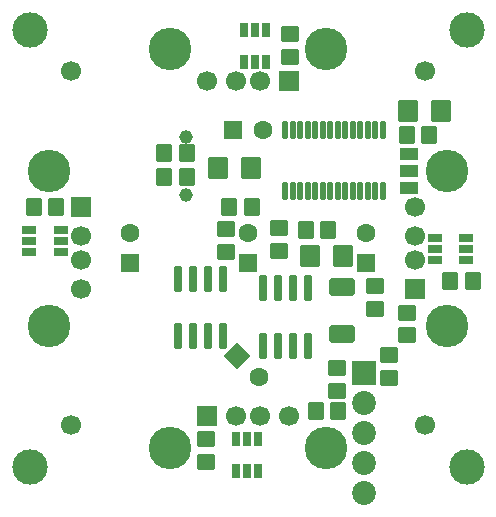
<source format=gbr>
G04 DipTrace 4.1.3.1*
G04 BottomMask.gbr*
%MOIN*%
G04 #@! TF.FileFunction,Soldermask,Bot*
G04 #@! TF.Part,Single*
%AMOUTLINE1*
4,1,28,
-0.033465,-0.026113,
-0.033465,0.026113,
-0.033092,0.028944,
-0.03195,0.031701,
-0.030133,0.03407,
-0.027764,0.035887,
-0.025007,0.037029,
-0.022176,0.037402,
0.022176,0.037402,
0.025007,0.037029,
0.027764,0.035887,
0.030133,0.03407,
0.03195,0.031701,
0.033092,0.028944,
0.033465,0.026113,
0.033465,-0.026113,
0.033092,-0.028944,
0.03195,-0.031701,
0.030133,-0.03407,
0.027764,-0.035887,
0.025007,-0.037029,
0.022176,-0.037402,
-0.022176,-0.037402,
-0.025007,-0.037029,
-0.027764,-0.035887,
-0.030133,-0.03407,
-0.03195,-0.031701,
-0.033092,-0.028944,
-0.033465,-0.026113,
0*%
%AMOUTLINE4*
4,1,28,
0.033466,0.026112,
0.033463,-0.026115,
0.033091,-0.028945,
0.031948,-0.031703,
0.030131,-0.034071,
0.027763,-0.035888,
0.025005,-0.03703,
0.022175,-0.037402,
-0.022178,-0.037401,
-0.025008,-0.037028,
-0.027766,-0.035886,
-0.030134,-0.034068,
-0.031951,-0.0317,
-0.033093,-0.028942,
-0.033466,-0.026112,
-0.033463,0.026115,
-0.033091,0.028945,
-0.031948,0.031703,
-0.030131,0.034071,
-0.027763,0.035888,
-0.025005,0.03703,
-0.022175,0.037402,
0.022178,0.037401,
0.025008,0.037028,
0.027766,0.035886,
0.030134,0.034068,
0.031951,0.0317,
0.033093,0.028942,
0.033466,0.026112,
0*%
%AMOUTLINE7*
4,1,28,
0.033463,0.026115,
0.033466,-0.026112,
0.033093,-0.028942,
0.031951,-0.0317,
0.030134,-0.034068,
0.027766,-0.035885,
0.025008,-0.037028,
0.022178,-0.037401,
-0.022175,-0.037403,
-0.025005,-0.03703,
-0.027763,-0.035888,
-0.030131,-0.034071,
-0.031948,-0.031703,
-0.033091,-0.028945,
-0.033463,-0.026115,
-0.033466,0.026112,
-0.033093,0.028942,
-0.031951,0.0317,
-0.030134,0.034068,
-0.027766,0.035885,
-0.025008,0.037028,
-0.022178,0.037401,
0.022175,0.037403,
0.025005,0.03703,
0.027763,0.035888,
0.030131,0.034071,
0.031948,0.031703,
0.033091,0.028945,
0.033463,0.026115,
0*%
%AMOUTLINE10*
4,1,28,
0.027559,0.019932,
0.027559,-0.019932,
0.027177,-0.022834,
0.026007,-0.025658,
0.024146,-0.028083,
0.021721,-0.029944,
0.018897,-0.031114,
0.015995,-0.031496,
-0.015995,-0.031496,
-0.018897,-0.031114,
-0.021721,-0.029944,
-0.024146,-0.028083,
-0.026007,-0.025658,
-0.027177,-0.022834,
-0.027559,-0.019932,
-0.027559,0.019932,
-0.027177,0.022834,
-0.026007,0.025658,
-0.024146,0.028083,
-0.021721,0.029944,
-0.018897,0.031114,
-0.015995,0.031496,
0.015995,0.031496,
0.018897,0.031114,
0.021721,0.029944,
0.024146,0.028083,
0.026007,0.025658,
0.027177,0.022834,
0.027559,0.019932,
0*%
%AMOUTLINE13*
4,1,28,
-0.027559,-0.019932,
-0.027559,0.019932,
-0.027177,0.022834,
-0.026007,0.025658,
-0.024146,0.028083,
-0.021721,0.029944,
-0.018897,0.031114,
-0.015995,0.031496,
0.015995,0.031496,
0.018897,0.031114,
0.021721,0.029944,
0.024146,0.028083,
0.026007,0.025658,
0.027177,0.022834,
0.027559,0.019932,
0.027559,-0.019932,
0.027177,-0.022834,
0.026007,-0.025658,
0.024146,-0.028083,
0.021721,-0.029944,
0.018897,-0.031114,
0.015995,-0.031496,
-0.015995,-0.031496,
-0.018897,-0.031114,
-0.021721,-0.029944,
-0.024146,-0.028083,
-0.026007,-0.025658,
-0.027177,-0.022834,
-0.027559,-0.019932,
0*%
%AMOUTLINE15*
4,1,28,
0.027558,0.019933,
0.02756,-0.019931,
0.027178,-0.022833,
0.026008,-0.025657,
0.024148,-0.028082,
0.021722,-0.029943,
0.018898,-0.031113,
0.015997,-0.031495,
-0.015994,-0.031497,
-0.018896,-0.031115,
-0.02172,-0.029945,
-0.024145,-0.028084,
-0.026006,-0.025659,
-0.027176,-0.022835,
-0.027558,-0.019933,
-0.02756,0.019931,
-0.027178,0.022833,
-0.026008,0.025657,
-0.024148,0.028082,
-0.021722,0.029943,
-0.018898,0.031113,
-0.015997,0.031495,
0.015994,0.031497,
0.018896,0.031115,
0.02172,0.029945,
0.024145,0.028084,
0.026006,0.025659,
0.027176,0.022835,
0.027558,0.019933,
0*%
%AMOUTLINE17*
4,1,28,
0.019933,-0.027558,
-0.019931,-0.02756,
-0.022833,-0.027178,
-0.025657,-0.026008,
-0.028082,-0.024147,
-0.029943,-0.021722,
-0.031113,-0.018898,
-0.031495,-0.015996,
-0.031497,0.015994,
-0.031115,0.018896,
-0.029945,0.02172,
-0.028084,0.024145,
-0.025659,0.026006,
-0.022835,0.027176,
-0.019933,0.027558,
0.019931,0.02756,
0.022833,0.027178,
0.025657,0.026008,
0.028082,0.024147,
0.029943,0.021722,
0.031113,0.018898,
0.031495,0.015996,
0.031497,-0.015994,
0.031115,-0.018896,
0.029945,-0.02172,
0.028084,-0.024145,
0.025659,-0.026006,
0.022835,-0.027176,
0.019933,-0.027558,
0*%
%AMOUTLINE20*
4,1,28,
-0.019932,0.027559,
0.019932,0.027559,
0.022834,0.027177,
0.025658,0.026007,
0.028083,0.024146,
0.029944,0.021721,
0.031114,0.018897,
0.031496,0.015995,
0.031496,-0.015995,
0.031114,-0.018897,
0.029944,-0.021721,
0.028083,-0.024146,
0.025658,-0.026007,
0.022834,-0.027177,
0.019932,-0.027559,
-0.019932,-0.027559,
-0.022834,-0.027177,
-0.025658,-0.026007,
-0.028083,-0.024146,
-0.029944,-0.021721,
-0.031114,-0.018897,
-0.031496,-0.015995,
-0.031496,0.015995,
-0.031114,0.018897,
-0.029944,0.021721,
-0.028083,0.024146,
-0.025658,0.026007,
-0.022834,0.027177,
-0.019932,0.027559,
0*%
%AMOUTLINE23*
4,1,4,
0.0,0.044542,
0.044542,0.0,
0.0,-0.044542,
-0.044542,0.0,
0.0,0.044542,
0*%
%AMOUTLINE26*
4,1,28,
-0.043307,-0.018319,
-0.043307,0.018317,
-0.042938,0.021127,
-0.041803,0.023866,
-0.039999,0.026218,
-0.037647,0.028022,
-0.034908,0.029157,
-0.032098,0.029527,
0.032097,0.029528,
0.034907,0.029158,
0.037646,0.028024,
0.039998,0.026219,
0.041802,0.023868,
0.042937,0.021129,
0.043307,0.018319,
0.043307,-0.018317,
0.042938,-0.021127,
0.041803,-0.023866,
0.039999,-0.026218,
0.037647,-0.028022,
0.034908,-0.029157,
0.032098,-0.029527,
-0.032097,-0.029528,
-0.034907,-0.029158,
-0.037646,-0.028024,
-0.039998,-0.026219,
-0.041802,-0.023868,
-0.042937,-0.021129,
-0.043307,-0.018319,
0*%
%AMOUTLINE29*
4,1,28,
0.022176,-0.021654,
-0.022177,-0.021653,
-0.024498,-0.021347,
-0.026781,-0.020402,
-0.028741,-0.018897,
-0.030245,-0.016937,
-0.031191,-0.014654,
-0.031496,-0.012333,
-0.031496,0.012335,
-0.03119,0.014656,
-0.030244,0.016939,
-0.02874,0.018899,
-0.02678,0.020403,
-0.024497,0.021349,
-0.022176,0.021654,
0.022177,0.021653,
0.024498,0.021347,
0.026781,0.020402,
0.028741,0.018897,
0.030245,0.016937,
0.031191,0.014654,
0.031496,0.012333,
0.031496,-0.012335,
0.03119,-0.014656,
0.030244,-0.016939,
0.02874,-0.018899,
0.02678,-0.020403,
0.024497,-0.021349,
0.022176,-0.021654,
0*%
%AMOUTLINE34*
4,1,28,
-0.027557,-0.019934,
-0.027561,0.01993,
-0.027179,0.022832,
-0.026009,0.025656,
-0.024149,0.028081,
-0.021724,0.029942,
-0.018899,0.031113,
-0.015998,0.031495,
0.015993,0.031497,
0.018894,0.031116,
0.021719,0.029946,
0.024144,0.028085,
0.026005,0.02566,
0.027175,0.022836,
0.027557,0.019934,
0.027561,-0.01993,
0.027179,-0.022832,
0.026009,-0.025656,
0.024149,-0.028081,
0.021724,-0.029942,
0.018899,-0.031113,
0.015998,-0.031495,
-0.015993,-0.031497,
-0.018894,-0.031116,
-0.021719,-0.029946,
-0.024144,-0.028085,
-0.026005,-0.02566,
-0.027175,-0.022836,
-0.027557,-0.019934,
0*%
%AMOUTLINE37*
4,1,28,
0.006626,-0.042913,
-0.006624,-0.042914,
-0.008639,-0.042648,
-0.010637,-0.041821,
-0.012353,-0.040504,
-0.01367,-0.038788,
-0.014498,-0.03679,
-0.014763,-0.034775,
-0.014765,0.034774,
-0.014499,0.03679,
-0.013672,0.038788,
-0.012355,0.040504,
-0.010639,0.04182,
-0.008641,0.042648,
-0.006626,0.042913,
0.006624,0.042914,
0.008639,0.042648,
0.010637,0.041821,
0.012353,0.040504,
0.01367,0.038788,
0.014498,0.03679,
0.014763,0.034775,
0.014765,-0.034774,
0.014499,-0.03679,
0.013672,-0.038788,
0.012355,-0.040504,
0.010639,-0.04182,
0.008641,-0.042648,
0.006626,-0.042913,
0*%
%AMOUTLINE40*
4,1,28,
-0.006626,0.042913,
0.006624,0.042914,
0.008639,0.042648,
0.010637,0.041821,
0.012353,0.040504,
0.01367,0.038788,
0.014498,0.03679,
0.014763,0.034775,
0.014765,-0.034774,
0.014499,-0.03679,
0.013672,-0.038788,
0.012355,-0.040504,
0.010639,-0.04182,
0.008641,-0.042648,
0.006626,-0.042913,
-0.006624,-0.042914,
-0.008639,-0.042648,
-0.010637,-0.041821,
-0.012353,-0.040504,
-0.01367,-0.038788,
-0.014498,-0.03679,
-0.014763,-0.034775,
-0.014765,0.034774,
-0.014499,0.03679,
-0.013672,0.038788,
-0.012355,0.040504,
-0.010639,0.04182,
-0.008641,0.042648,
-0.006626,0.042913,
0*%
%AMOUTLINE43*
4,1,28,
0.00387,-0.02874,
-0.003868,-0.02874,
-0.00517,-0.028569,
-0.006504,-0.028017,
-0.007649,-0.027138,
-0.008527,-0.025993,
-0.00908,-0.02466,
-0.009251,-0.023358,
-0.009253,0.023357,
-0.009081,0.024659,
-0.008529,0.025992,
-0.007651,0.027138,
-0.006506,0.028016,
-0.005172,0.028569,
-0.00387,0.02874,
0.003868,0.02874,
0.00517,0.028569,
0.006504,0.028017,
0.007649,0.027138,
0.008527,0.025993,
0.00908,0.02466,
0.009251,0.023358,
0.009253,-0.023357,
0.009081,-0.024659,
0.008529,-0.025992,
0.007651,-0.027138,
0.006506,-0.028016,
0.005172,-0.028569,
0.00387,-0.02874,
0*%
%AMOUTLINE46*
4,1,28,
-0.00387,0.02874,
0.003868,0.02874,
0.00517,0.028569,
0.006504,0.028017,
0.007649,0.027138,
0.008527,0.025993,
0.00908,0.02466,
0.009251,0.023358,
0.009253,-0.023357,
0.009081,-0.024659,
0.008529,-0.025992,
0.007651,-0.027138,
0.006506,-0.028016,
0.005172,-0.028569,
0.00387,-0.02874,
-0.003868,-0.02874,
-0.00517,-0.028569,
-0.006504,-0.028017,
-0.007649,-0.027138,
-0.008527,-0.025993,
-0.00908,-0.02466,
-0.009251,-0.023358,
-0.009253,0.023357,
-0.009081,0.024659,
-0.008529,0.025992,
-0.007651,0.027138,
-0.006506,0.028016,
-0.005172,0.028569,
-0.00387,0.02874,
0*%
%AMOUTLINE49*
4,1,28,
-0.006429,0.042716,
0.006427,0.042717,
0.008544,0.042438,
0.010637,0.041571,
0.012435,0.040192,
0.013814,0.038395,
0.014681,0.036302,
0.01496,0.034185,
0.014962,-0.034184,
0.014683,-0.036301,
0.013816,-0.038394,
0.012437,-0.040191,
0.01064,-0.041571,
0.008547,-0.042438,
0.006429,-0.042716,
-0.006427,-0.042717,
-0.008544,-0.042438,
-0.010637,-0.041571,
-0.012435,-0.040192,
-0.013814,-0.038395,
-0.014681,-0.036302,
-0.01496,-0.034185,
-0.014962,0.034184,
-0.014683,0.036301,
-0.013816,0.038394,
-0.012437,0.040191,
-0.01064,0.041571,
-0.008547,0.042438,
-0.006429,0.042716,
0*%
%AMOUTLINE52*
4,1,28,
0.006429,-0.042716,
-0.006427,-0.042717,
-0.008544,-0.042438,
-0.010637,-0.041571,
-0.012435,-0.040192,
-0.013814,-0.038395,
-0.014681,-0.036302,
-0.01496,-0.034185,
-0.014962,0.034184,
-0.014683,0.036301,
-0.013816,0.038394,
-0.012437,0.040191,
-0.01064,0.041571,
-0.008547,0.042438,
-0.006429,0.042716,
0.006427,0.042717,
0.008544,0.042438,
0.010637,0.041571,
0.012435,0.040192,
0.013814,0.038395,
0.014681,0.036302,
0.01496,0.034185,
0.014962,-0.034184,
0.014683,-0.036301,
0.013816,-0.038394,
0.012437,-0.040191,
0.01064,-0.041571,
0.008547,-0.042438,
0.006429,-0.042716,
0*%
%AMOUTLINE55*
4,1,4,
-0.013779,0.023622,
0.01378,0.023622,
0.013779,-0.023622,
-0.01378,-0.023622,
-0.013779,0.023622,
0*%
%ADD30R,0.062992X0.062992*%
%ADD31C,0.062992*%
%ADD36C,0.11811*%
%ADD37C,0.066929*%
%ADD44C,0.045276*%
%ADD46R,0.027559X0.047244*%
%ADD48R,0.047244X0.027559*%
%ADD50C,0.141732*%
%ADD52C,0.066929*%
%ADD53R,0.066929X0.066929*%
%ADD54C,0.079528*%
%ADD56R,0.079528X0.079528*%
%ADD63OUTLINE1*%
%ADD66OUTLINE4*%
%ADD69OUTLINE7*%
%ADD72OUTLINE10*%
%ADD75OUTLINE13*%
%ADD77OUTLINE15*%
%ADD79OUTLINE17*%
%ADD82OUTLINE20*%
%ADD85OUTLINE23*%
%ADD88OUTLINE26*%
%ADD91OUTLINE29*%
%ADD96OUTLINE34*%
%ADD99OUTLINE37*%
%ADD102OUTLINE40*%
%ADD105OUTLINE43*%
%ADD108OUTLINE46*%
%ADD111OUTLINE49*%
%ADD114OUTLINE52*%
%ADD117OUTLINE55*%
%FSLAX26Y26*%
G04*
G70*
G90*
G75*
G01*
G04 BotMask*
%LPD*%
D63*
X1813567Y1735508D3*
X1923803D3*
D66*
X1595306Y1252583D3*
X1485070Y1252588D3*
D69*
X1288168Y1546341D3*
X1177932Y1546336D3*
D72*
X1075419Y1517399D3*
X1000615D3*
X1075419Y1597605D3*
X1000615D3*
D75*
X1953871Y1170243D3*
X2028675D3*
D77*
X639399Y1417965D3*
X564596Y1417961D3*
D79*
X1418623Y1917791D3*
X1418620Y1992594D3*
D82*
X1140713Y642722D3*
Y567919D3*
D30*
X1673229Y1229528D3*
D31*
X1673228Y1329528D3*
D30*
X885827Y1229528D3*
D31*
Y1329528D3*
D30*
X1229528Y1673228D3*
D31*
X1329528D3*
D85*
X1244172Y921182D3*
D31*
X1314883Y850471D3*
D30*
X1279529Y1229528D3*
D31*
X1279527Y1329528D3*
D88*
X1593626Y1148495D3*
X1593629Y994957D3*
D36*
X2007874Y2007874D3*
X551181D3*
X2007874Y551181D3*
X551181D3*
D37*
X1870079Y1870079D3*
X688976D3*
Y688976D3*
X1870079D3*
D91*
X1814420Y1479163D3*
X1814421Y1536249D3*
X1814423Y1593336D3*
D56*
X1665781Y864195D3*
D54*
X1665784Y764195D3*
X1665786Y664195D3*
X1665789Y564195D3*
X1665791Y464195D3*
D53*
X1837404Y1141728D3*
D52*
X1837402Y1240153D3*
X1837401Y1318893D3*
X1837399Y1417319D3*
D50*
X1944099Y1020864D3*
X1944090Y1538187D3*
D53*
X721654Y1417323D3*
D52*
Y1318898D3*
Y1240157D3*
Y1141732D3*
D50*
X614961Y1538189D3*
Y1020866D3*
D53*
X1417323Y1837402D3*
D52*
X1318898D3*
X1240157D3*
X1141732D3*
D50*
X1538189Y1944094D3*
X1020866D3*
D53*
X1141732Y721654D3*
D52*
X1240157D3*
X1318898D3*
X1417323D3*
D50*
X1020866Y614961D3*
X1538189D3*
D75*
X1809238Y1656175D3*
X1884041D3*
D79*
X1701490Y1078034D3*
Y1152837D3*
D77*
X1291790Y1416082D3*
X1216987Y1416078D3*
D96*
X1472693Y1341661D3*
X1547496Y1341667D3*
D82*
X1384024Y1345605D3*
Y1270802D3*
D79*
X1205260Y1268159D3*
X1205257Y1342962D3*
D82*
X1751045Y921841D3*
Y847038D3*
X1807983Y1063157D3*
Y988354D3*
X1576138Y878816D3*
X1576140Y804013D3*
D96*
X1505274Y736680D3*
X1580077Y736685D3*
D99*
X1046117Y1177222D3*
X1096117Y1177223D3*
X1146117Y1177224D3*
X1196117Y1177225D3*
D102*
X1196122Y986280D3*
X1146122Y986279D3*
X1096122Y986278D3*
X1046122Y986277D3*
D105*
X1403469Y1673335D3*
X1428469Y1673336D3*
X1453469Y1673337D3*
X1478469Y1673338D3*
X1503469Y1673339D3*
X1528469Y1673340D3*
X1553469Y1673341D3*
X1578469Y1673342D3*
X1603469Y1673343D3*
X1628469Y1673344D3*
X1653469D3*
X1678469Y1673345D3*
X1703469Y1673346D3*
X1728469Y1673347D3*
D108*
X1728476Y1469804D3*
X1703476Y1469803D3*
X1678476Y1469802D3*
X1653476Y1469801D3*
X1628476Y1469800D3*
X1603476Y1469799D3*
X1578476Y1469798D3*
X1553476Y1469797D3*
X1528476D3*
X1503476Y1469796D3*
X1478476Y1469795D3*
X1453476Y1469794D3*
X1428476Y1469793D3*
X1403476Y1469792D3*
D111*
X1479395Y954901D3*
X1429395Y954900D3*
X1379395Y954898D3*
X1329395Y954897D3*
D114*
X1329390Y1145842D3*
X1379390Y1145843D3*
X1429390Y1145844D3*
X1479390Y1145846D3*
D48*
X1901103Y1239194D3*
X1901102Y1276595D3*
X1901101Y1313997D3*
X2007400Y1314001D3*
X2007401Y1276599D3*
X2007403Y1239198D3*
X655146Y1340198D3*
X655147Y1302797D3*
X655148Y1265395D3*
X548849Y1265392D3*
X548848Y1302794D3*
X548847Y1340195D3*
D46*
X1339544Y1900755D3*
X1302143Y1900753D3*
X1264741Y1900752D3*
X1264737Y2007051D3*
X1302138Y2007052D3*
X1339540Y2007054D3*
D117*
X1238429Y644253D3*
X1275831Y644252D3*
X1313232Y644251D3*
X1313230Y537952D3*
X1275828Y537953D3*
X1238427D3*
D44*
X1073779Y1458184D3*
X1073775Y1650310D3*
M02*

</source>
